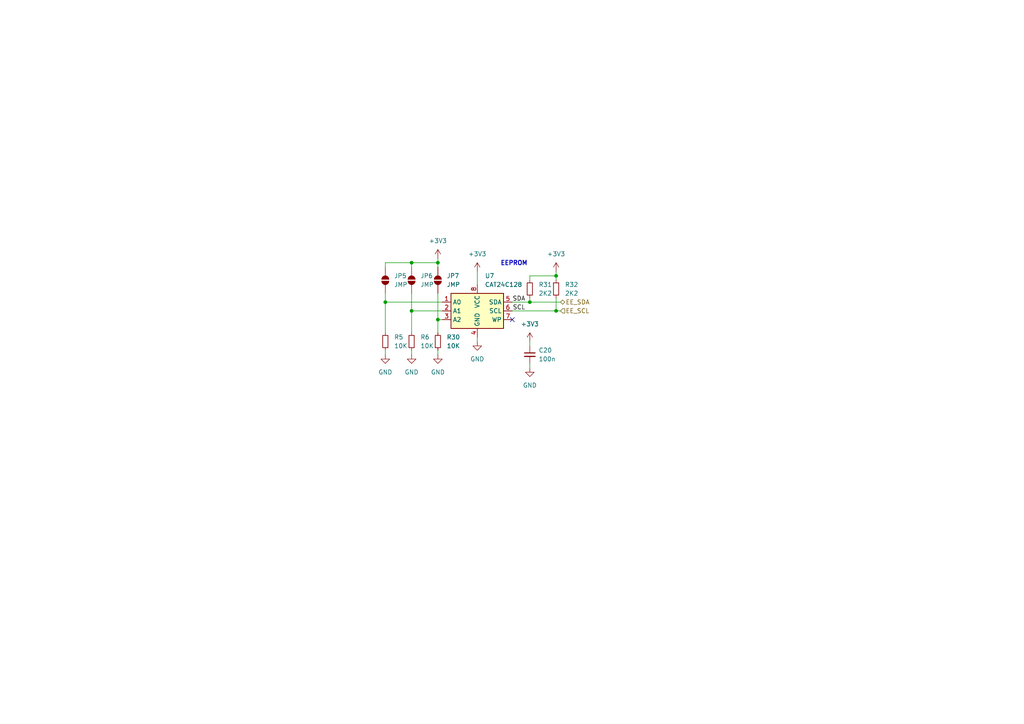
<source format=kicad_sch>
(kicad_sch (version 20231120) (generator "eeschema") (generator_version "8.0")
  (paper "A4")
  (lib_symbols
    (symbol "Device:C_Small" (pin_numbers hide) (pin_names (offset 0.254) hide)
      (property "Reference" "C" (at 0.254 1.778 0))
      (property "Value" "C_Small" (at 0.254 -2.032 0))
      (symbol "C_Small_0_1"
        (polyline (pts (xy -1.524 -0.508) (xy 1.524 -0.508)) (stroke (width 0.3302)))
        (polyline (pts (xy -1.524 0.508) (xy 1.524 0.508)) (stroke (width 0.3048)))
      )
      (symbol "C_Small_1_1"
        (pin passive line (at 0 2.54 270) (length 2.032) (name "~") (number "1"))
        (pin passive line (at 0 -2.54 90) (length 2.032) (name "~") (number "2"))
      )
    )
    (symbol "Device:R_Small" (pin_numbers hide) (pin_names (offset 0.254) hide)
      (property "Reference" "R" (at 0.762 0.508 0))
      (property "Value" "R_Small" (at 0.762 -1.016 0))
      (symbol "R_Small_0_1"
        (rectangle (start -0.762 1.778) (end 0.762 -1.778) (stroke (width 0.2032)))
      )
      (symbol "R_Small_1_1"
        (pin passive line (at 0 2.54 270) (length 0.762) (name "~") (number "1"))
        (pin passive line (at 0 -2.54 90) (length 0.762) (name "~") (number "2"))
      )
    )
    (symbol "GND_2" (power) (pin_numbers hide) (pin_names (offset 0) hide)
      (property "Value" "GND" (at 0 -3.81 0))
      (symbol "GND_2_0_1"
        (polyline (pts (xy 0 0) (xy 0 -1.27) (xy 1.27 -1.27) (xy 0 -2.54) (xy -1.27 -1.27) (xy 0 -1.27)))
      )
      (symbol "GND_2_1_1"
        (pin power_in line (at 0 0 270) (length 0) (name "~") (number "1"))
      )
    )
    (symbol "Jumper:SolderJumper_2_Open" (pin_numbers hide) (pin_names (offset 0) hide) (exclude_from_sim yes) (in_bom no)
      (property "Reference" "JP" (at 0 2.032 0))
      (property "Value" "SolderJumper_2_Open" (at 0 -2.54 0))
      (symbol "SolderJumper_2_Open_0_1"
        (arc (start -0.254 1.016) (mid -1.2656 0) (end -0.254 -1.016))
        (arc (start -0.254 1.016) (mid -1.2656 0) (end -0.254 -1.016) (fill (type outline)))
        (polyline (pts (xy -0.254 1.016) (xy -0.254 -1.016)))
        (polyline (pts (xy 0.254 1.016) (xy 0.254 -1.016)))
        (arc (start 0.254 -1.016) (mid 1.2656 0) (end 0.254 1.016))
        (arc (start 0.254 -1.016) (mid 1.2656 0) (end 0.254 1.016) (fill (type outline)))
      )
      (symbol "SolderJumper_2_Open_1_1"
        (pin passive line (at -3.81 0 0) (length 2.54) (name "A") (number "1"))
        (pin passive line (at 3.81 0 180) (length 2.54) (name "B") (number "2"))
      )
    )
    (symbol "Memory_EEPROM:CAT24C128"
      (property "Reference" "U" (at -6.35 6.35 0))
      (property "Value" "CAT24C128" (at 1.27 6.35 0))
      (symbol "CAT24C128_1_1"
        (rectangle (start -7.62 5.08) (end 7.62 -5.08) (stroke (width 0.254)) (fill (type background)))
        (pin input line (at -10.16 2.54 0) (length 2.54) (name "A0") (number "1"))
        (pin input line (at -10.16 0 0) (length 2.54) (name "A1") (number "2"))
        (pin input line (at -10.16 -2.54 0) (length 2.54) (name "A2") (number "3"))
        (pin power_in line (at 0 -7.62 90) (length 2.54) (name "GND") (number "4"))
        (pin bidirectional line (at 10.16 2.54 180) (length 2.54) (name "SDA") (number "5"))
        (pin input line (at 10.16 0 180) (length 2.54) (name "SCL") (number "6"))
        (pin input line (at 10.16 -2.54 180) (length 2.54) (name "WP") (number "7"))
        (pin power_in line (at 0 7.62 270) (length 2.54) (name "VCC") (number "8"))
      )
    )
    (symbol "power:+3V3" (power) (pin_names (offset 0))
      (property "Value" "+3V3" (at 0 3.556 0))
      (symbol "+3V3_0_1"
        (polyline (pts (xy -0.762 1.27) (xy 0 2.54)))
        (polyline (pts (xy 0 0) (xy 0 2.54)))
        (polyline (pts (xy 0 2.54) (xy 0.762 1.27)))
      )
      (symbol "+3V3_1_1"
        (pin power_in line (at 0 0 90) (length 0) hide (name "+3V3") (number "1"))
      )
    )
    (symbol "power:GND" (power) (pin_names (offset 0))
      (property "Value" "GND" (at 0 -3.81 0))
      (symbol "GND_0_1"
        (polyline (pts (xy 0 0) (xy 0 -1.27) (xy 1.27 -1.27) (xy 0 -2.54) (xy -1.27 -1.27) (xy 0 -1.27)))
      )
      (symbol "GND_1_1"
        (pin power_in line (at 0 0 270) (length 0) hide (name "GND") (number "1"))
      )
    )
  )
  (junction (at 119.38 76.2))
  (junction (at 153.67 87.63))
  (junction (at 161.29 90.17))
  (junction (at 161.29 80.01))
  (junction (at 127 92.71))
  (junction (at 127 76.2))
  (junction (at 111.76 87.63))
  (junction (at 119.38 90.17))
  (no_connect (at 148.59 92.71))
  (wire (pts (xy 153.67 87.63) (xy 162.56 87.63)))
  (wire (pts (xy 138.43 78.74) (xy 138.43 82.55)))
  (wire (pts (xy 111.76 76.2) (xy 119.38 76.2)))
  (wire (pts (xy 148.59 87.63) (xy 153.67 87.63)))
  (wire (pts (xy 119.38 76.2) (xy 119.38 77.47)))
  (wire (pts (xy 127 92.71) (xy 127 96.52)))
  (wire (pts (xy 111.76 102.87) (xy 111.76 101.6)))
  (wire (pts (xy 127 76.2) (xy 127 77.47)))
  (wire (pts (xy 153.67 105.41) (xy 153.67 106.68)))
  (wire (pts (xy 127 85.09) (xy 127 92.71)))
  (wire (pts (xy 161.29 78.74) (xy 161.29 80.01)))
  (wire (pts (xy 111.76 87.63) (xy 128.27 87.63)))
  (wire (pts (xy 119.38 90.17) (xy 128.27 90.17)))
  (wire (pts (xy 138.43 99.06) (xy 138.43 97.79)))
  (wire (pts (xy 127 74.93) (xy 127 76.2)))
  (wire (pts (xy 111.76 85.09) (xy 111.76 87.63)))
  (wire (pts (xy 161.29 90.17) (xy 161.29 86.36)))
  (wire (pts (xy 153.67 87.63) (xy 153.67 86.36)))
  (wire (pts (xy 161.29 90.17) (xy 162.56 90.17)))
  (wire (pts (xy 119.38 90.17) (xy 119.38 96.52)))
  (wire (pts (xy 119.38 85.09) (xy 119.38 90.17)))
  (wire (pts (xy 148.59 90.17) (xy 161.29 90.17)))
  (wire (pts (xy 161.29 80.01) (xy 161.29 81.28)))
  (wire (pts (xy 119.38 76.2) (xy 127 76.2)))
  (wire (pts (xy 127 102.87) (xy 127 101.6)))
  (wire (pts (xy 111.76 87.63) (xy 111.76 96.52)))
  (wire (pts (xy 127 92.71) (xy 128.27 92.71)))
  (wire (pts (xy 111.76 77.47) (xy 111.76 76.2)))
  (wire (pts (xy 153.67 99.06) (xy 153.67 100.33)))
  (wire (pts (xy 153.67 81.28) (xy 153.67 80.01)))
  (wire (pts (xy 153.67 80.01) (xy 161.29 80.01)))
  (wire (pts (xy 119.38 102.87) (xy 119.38 101.6)))
  (text "EEPROM" (at 149.098 76.454 0) (effects (font (size 1.27 1.27) (thickness 0.254) (bold yes))))
  (label "SCL" (at 152.4 90.17 180))
  (label "SDA" (at 152.4 87.63 180))
  (hierarchical_label "EE_SCL" (shape input) (at 162.56 90.17 0))
  (hierarchical_label "EE_SDA" (shape bidirectional) (at 162.56 87.63 0))
  (symbol (lib_id "Jumper:SolderJumper_2_Open") (at 111.76 81.28 90) (unit 1) (exclude_from_sim yes) (in_bom no)
    (property "Reference" "JP5" (at 114.3 80.0099 90) (effects (justify right)))
    (property "Value" "JMP" (at 114.3 82.5499 90) (effects (justify right)))
    (property "Footprint" "Jumper:SolderJumper-2_P1.3mm_Open_RoundedPad1.0x1.5mm" (effects (hide yes)))
    (property "Description" "Solder Jumper, 2-pole, open" (effects (hide yes)))
  )
  (symbol (lib_id "Device:R_Small") (at 111.76 99.06 0) (unit 1)
    (property "Reference" "R5" (at 114.3 97.7899 0) (effects (justify left)))
    (property "Value" "10K" (at 114.3 100.3299 0) (effects (justify left)))
    (property "Footprint" "Resistor_SMD:R_0402_1005Metric" (effects (hide yes)))
    (property "Description" "Resistor, small symbol" (effects (hide yes)))
    (property "JLCPCB Part #" "C25744" (effects (hide yes)))
  )
  (symbol (lib_id "power:+3V3") (at 127 74.93 0) (unit 1)
    (property "Reference" "#PWR013" (effects (hide yes)))
    (property "Value" "+3V3" (at 127 69.85 0))
    (property "Description" "Power symbol creates a global label with name \"+3V3\"" (effects (hide yes)))
  )
  (symbol (lib_id "Memory_EEPROM:CAT24C128") (at 138.43 90.17 0) (unit 1)
    (property "Reference" "U7" (at 140.6241 80.01 0) (effects (justify left)))
    (property "Value" "CAT24C128" (at 140.6241 82.55 0) (effects (justify left)))
    (property "Footprint" "Package_SO:SOIC-8_3.9x4.9mm_P1.27mm" (effects (hide yes)))
    (property "Datasheet" "https://www.onsemi.com/pub/Collateral/CAT24C128-D.PDF" (effects (hide yes)))
    (property "Description" "128 kb CMOS Serial EEPROM, SOIC-8/TSSOP-8/DFN-8" (effects (hide yes)))
    (property "JLCPCB Part #" "C6482" (effects (hide yes)))
  )
  (symbol (lib_id "Device:R_Small") (at 161.29 83.82 0) (unit 1)
    (property "Reference" "R32" (at 163.83 82.5499 0) (effects (justify left)))
    (property "Value" "2K2" (at 163.83 85.0899 0) (effects (justify left)))
    (property "Footprint" "Resistor_SMD:R_0402_1005Metric" (effects (hide yes)))
    (property "Description" "Resistor, small symbol" (effects (hide yes)))
    (property "JLCPCB Part #" "C25879" (effects (hide yes)))
  )
  (symbol (lib_id "Jumper:SolderJumper_2_Open") (at 127 81.28 90) (unit 1) (exclude_from_sim yes) (in_bom no)
    (property "Reference" "JP7" (at 129.54 80.0099 90) (effects (justify right)))
    (property "Value" "JMP" (at 129.54 82.5499 90) (effects (justify right)))
    (property "Footprint" "Jumper:SolderJumper-2_P1.3mm_Open_RoundedPad1.0x1.5mm" (effects (hide yes)))
    (property "Description" "Solder Jumper, 2-pole, open" (effects (hide yes)))
  )
  (symbol (lib_id "Device:R_Small") (at 127 99.06 0) (unit 1)
    (property "Reference" "R30" (at 129.54 97.7899 0) (effects (justify left)))
    (property "Value" "10K" (at 129.54 100.3299 0) (effects (justify left)))
    (property "Footprint" "Resistor_SMD:R_0402_1005Metric" (effects (hide yes)))
    (property "Description" "Resistor, small symbol" (effects (hide yes)))
    (property "JLCPCB Part #" "C25744" (effects (hide yes)))
  )
  (symbol (lib_id "Device:C_Small") (at 153.67 102.87 0) (unit 1)
    (property "Reference" "C20" (at 156.21 101.6063 0) (effects (justify left)))
    (property "Value" "100n" (at 156.21 104.1463 0) (effects (justify left)))
    (property "Footprint" "Capacitor_SMD:C_0402_1005Metric" (effects (hide yes)))
    (property "JLCPCB Part #" "C307331" (effects (hide yes)))
  )
  (symbol (lib_id "power:+3V3") (at 153.67 99.06 0) (unit 1)
    (property "Reference" "#PWR042" (effects (hide yes)))
    (property "Value" "+3V3" (at 153.67 93.98 0))
    (property "Description" "Power symbol creates a global label with name \"+3V3\"" (effects (hide yes)))
  )
  (symbol (lib_id "Device:R_Small") (at 153.67 83.82 0) (unit 1)
    (property "Reference" "R31" (at 156.21 82.5499 0) (effects (justify left)))
    (property "Value" "2K2" (at 156.21 85.0899 0) (effects (justify left)))
    (property "Footprint" "Resistor_SMD:R_0402_1005Metric" (effects (hide yes)))
    (property "Description" "Resistor, small symbol" (effects (hide yes)))
    (property "JLCPCB Part #" "C25879" (effects (hide yes)))
  )
  (symbol (lib_name "GND_2") (lib_id "power:GND") (at 119.38 102.87 0) (unit 1)
    (property "Reference" "#PWR012" (effects (hide yes)))
    (property "Value" "GND" (at 119.38 107.95 0))
    (property "Description" "Power symbol creates a global label with name \"GND\" , ground" (effects (hide yes)))
  )
  (symbol (lib_id "Jumper:SolderJumper_2_Open") (at 119.38 81.28 90) (unit 1) (exclude_from_sim yes) (in_bom no)
    (property "Reference" "JP6" (at 121.92 80.0099 90) (effects (justify right)))
    (property "Value" "JMP" (at 121.92 82.5499 90) (effects (justify right)))
    (property "Footprint" "Jumper:SolderJumper-2_P1.3mm_Open_RoundedPad1.0x1.5mm" (effects (hide yes)))
    (property "Description" "Solder Jumper, 2-pole, open" (effects (hide yes)))
  )
  (symbol (lib_id "power:GND") (at 153.67 106.68 0) (unit 1)
    (property "Reference" "#PWR043" (effects (hide yes)))
    (property "Value" "GND" (at 153.67 111.76 0))
  )
  (symbol (lib_name "GND_2") (lib_id "power:GND") (at 138.43 99.06 0) (unit 1)
    (property "Reference" "#PWR034" (effects (hide yes)))
    (property "Value" "GND" (at 138.43 104.14 0))
    (property "Description" "Power symbol creates a global label with name \"GND\" , ground" (effects (hide yes)))
  )
  (symbol (lib_name "GND_2") (lib_id "power:GND") (at 127 102.87 0) (unit 1)
    (property "Reference" "#PWR014" (effects (hide yes)))
    (property "Value" "GND" (at 127 107.95 0))
    (property "Description" "Power symbol creates a global label with name \"GND\" , ground" (effects (hide yes)))
  )
  (symbol (lib_name "GND_2") (lib_id "power:GND") (at 111.76 102.87 0) (unit 1)
    (property "Reference" "#PWR011" (effects (hide yes)))
    (property "Value" "GND" (at 111.76 107.95 0))
    (property "Description" "Power symbol creates a global label with name \"GND\" , ground" (effects (hide yes)))
  )
  (symbol (lib_id "Device:R_Small") (at 119.38 99.06 0) (unit 1)
    (property "Reference" "R6" (at 121.92 97.7899 0) (effects (justify left)))
    (property "Value" "10K" (at 121.92 100.3299 0) (effects (justify left)))
    (property "Footprint" "Resistor_SMD:R_0402_1005Metric" (effects (hide yes)))
    (property "Description" "Resistor, small symbol" (effects (hide yes)))
    (property "JLCPCB Part #" "C25744" (effects (hide yes)))
  )
  (symbol (lib_id "power:+3V3") (at 161.29 78.74 0) (unit 1)
    (property "Reference" "#PWR044" (effects (hide yes)))
    (property "Value" "+3V3" (at 161.29 73.66 0))
    (property "Description" "Power symbol creates a global label with name \"+3V3\"" (effects (hide yes)))
  )
  (symbol (lib_id "power:+3V3") (at 138.43 78.74 0) (unit 1)
    (property "Reference" "#PWR015" (effects (hide yes)))
    (property "Value" "+3V3" (at 138.43 73.66 0))
    (property "Description" "Power symbol creates a global label with name \"+3V3\"" (effects (hide yes)))
  )
)
</source>
